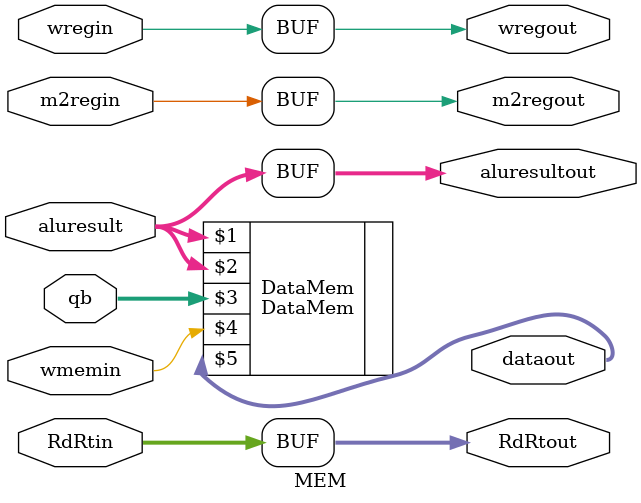
<source format=v>

module MEM(
	input wregin, m2regin, wmemin,
	input [4:0] RdRtin,
	input [31:0] aluresult, qb,
	output wregout, m2regout,
	output [4:0] RdRtout,
	output [31:0] aluresultout, dataout
	);

assign wregout = wregin;
assign m2regout = m2regin;
assign aluresultout = aluresult;
assign RdRtout = RdRtin;

DataMem DataMem(aluresult, aluresult, qb, wmemin, dataout);

endmodule
</source>
